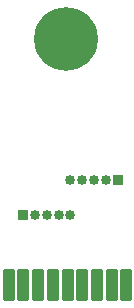
<source format=gbs>
%TF.GenerationSoftware,KiCad,Pcbnew,8.0.8*%
%TF.CreationDate,2025-02-24T22:20:16-07:00*%
%TF.ProjectId,ECE Capstone PCB Design,45434520-4361-4707-9374-6f6e65205043,rev?*%
%TF.SameCoordinates,Original*%
%TF.FileFunction,Soldermask,Bot*%
%TF.FilePolarity,Negative*%
%FSLAX46Y46*%
G04 Gerber Fmt 4.6, Leading zero omitted, Abs format (unit mm)*
G04 Created by KiCad (PCBNEW 8.0.8) date 2025-02-24 22:20:16*
%MOMM*%
%LPD*%
G01*
G04 APERTURE LIST*
G04 Aperture macros list*
%AMRoundRect*
0 Rectangle with rounded corners*
0 $1 Rounding radius*
0 $2 $3 $4 $5 $6 $7 $8 $9 X,Y pos of 4 corners*
0 Add a 4 corners polygon primitive as box body*
4,1,4,$2,$3,$4,$5,$6,$7,$8,$9,$2,$3,0*
0 Add four circle primitives for the rounded corners*
1,1,$1+$1,$2,$3*
1,1,$1+$1,$4,$5*
1,1,$1+$1,$6,$7*
1,1,$1+$1,$8,$9*
0 Add four rect primitives between the rounded corners*
20,1,$1+$1,$2,$3,$4,$5,0*
20,1,$1+$1,$4,$5,$6,$7,0*
20,1,$1+$1,$6,$7,$8,$9,0*
20,1,$1+$1,$8,$9,$2,$3,0*%
G04 Aperture macros list end*
%ADD10R,0.850000X0.850000*%
%ADD11O,0.850000X0.850000*%
%ADD12C,5.400000*%
%ADD13RoundRect,0.102000X-0.375000X-1.250000X0.375000X-1.250000X0.375000X1.250000X-0.375000X1.250000X0*%
G04 APERTURE END LIST*
D10*
%TO.C,REF\u002A\u002A*%
X149550000Y-141990000D03*
D11*
X150550000Y-141990000D03*
X151550000Y-141990000D03*
X152550000Y-141990000D03*
X153550000Y-141990000D03*
%TD*%
D12*
%TO.C,*%
X153150000Y-127090000D03*
%TD*%
D13*
%TO.C,REF\u002A\u002A*%
X148330000Y-147880000D03*
X149530000Y-147880000D03*
X150830000Y-147880000D03*
X152030000Y-147880000D03*
X153330000Y-147880000D03*
X154530000Y-147880000D03*
X155830000Y-147880000D03*
X157030000Y-147880000D03*
X158230000Y-147880000D03*
%TD*%
D10*
%TO.C,REF\u002A\u002A*%
X157550000Y-138990000D03*
D11*
X156550000Y-138990000D03*
X155550000Y-138990000D03*
X154550000Y-138990000D03*
X153550000Y-138990000D03*
%TD*%
M02*

</source>
